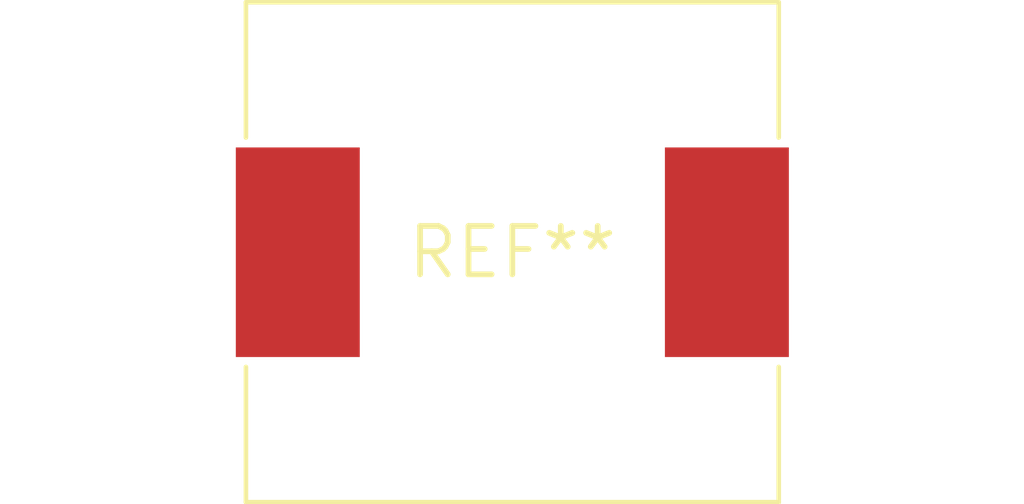
<source format=kicad_pcb>
(kicad_pcb (version 20240108) (generator pcbnew)
  (layers (0 "F.Cu" signal) (31 "B.Cu" signal) (34 "B.Paste" user) (35 "F.Paste" user) (36 "B.SilkS" user "B.Silkscreen") (37 "F.SilkS" user "F.Silkscreen") (38 "B.Mask" user) (39 "F.Mask" user) (44 "Edge.Cuts" user))
  (net 0 "")
  (footprint "L_Sunlord_MWSA1206S-330" (layer "F.Cu") (at 0 0)
    (property "Reference" "REF**")
    (property "Value" "L_Sunlord_MWSA1206S-330")
    (fp_line (start -6.985 -6.56) (end -6.985 -3.01) (layer "F.SilkS") (stroke (width 0.12)))
    (fp_line (start -6.985 -6.56) (end 6.985 -6.56) (layer "F.SilkS") (stroke (width 0.12)))
    (fp_line (start -6.985 6.56) (end -6.985 3.01) (layer "F.SilkS") (stroke (width 0.12)))
    (fp_line (start -6.985 6.56) (end 6.985 6.56) (layer "F.SilkS") (stroke (width 0.12)))
    (fp_line (start 6.985 -6.56) (end 6.985 -3.01) (layer "F.SilkS") (stroke (width 0.12)))
    (fp_line (start 6.985 6.56) (end 6.985 3.01) (layer "F.SilkS") (stroke (width 0.12)))
    (pad "1" smd rect (at -5.625 0) (size 3.25 5.5) (layers "F.Cu" "F.Paste" "F.Mask"))
    (pad "2" smd rect (at 5.625 0) (size 3.25 5.5) (layers "F.Cu" "F.Paste" "F.Mask"))
  )
)
</source>
